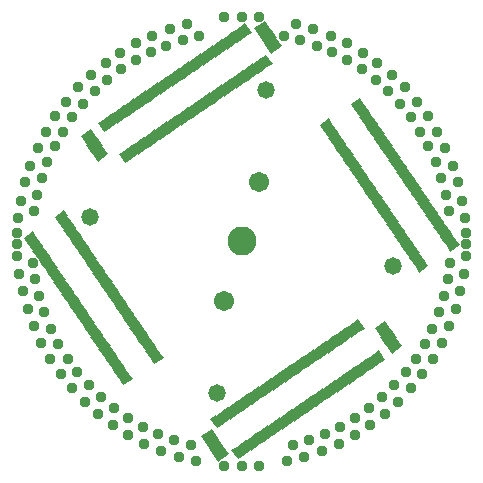
<source format=gts>
G75*
%MOIN*%
%OFA0B0*%
%FSLAX24Y24*%
%IPPOS*%
%LPD*%
%AMOC8*
5,1,8,0,0,1.08239X$1,22.5*
%
%ADD10C,0.0580*%
%ADD11R,0.0171X0.0375*%
%ADD12R,0.0218X0.0375*%
%ADD13C,0.0375*%
%ADD14C,0.0970*%
%ADD15C,0.0671*%
%ADD16R,0.0356X0.0434*%
D10*
X013222Y008975D03*
X008975Y014843D03*
X014843Y019090D03*
X019090Y013222D03*
D11*
G36*
X019661Y013429D02*
X019566Y013570D01*
X019875Y013779D01*
X019970Y013638D01*
X019661Y013429D01*
G37*
G36*
X019749Y013299D02*
X019654Y013440D01*
X019963Y013649D01*
X020058Y013508D01*
X019749Y013299D01*
G37*
G36*
X019837Y013168D02*
X019742Y013309D01*
X020051Y013518D01*
X020146Y013377D01*
X019837Y013168D01*
G37*
G36*
X019573Y013560D02*
X019478Y013701D01*
X019787Y013910D01*
X019882Y013769D01*
X019573Y013560D01*
G37*
G36*
X019485Y013691D02*
X019390Y013832D01*
X019699Y014041D01*
X019794Y013900D01*
X019485Y013691D01*
G37*
G36*
X019397Y013821D02*
X019302Y013962D01*
X019611Y014171D01*
X019706Y014030D01*
X019397Y013821D01*
G37*
G36*
X019309Y013952D02*
X019214Y014093D01*
X019523Y014302D01*
X019618Y014161D01*
X019309Y013952D01*
G37*
G36*
X019221Y014082D02*
X019126Y014223D01*
X019435Y014432D01*
X019530Y014291D01*
X019221Y014082D01*
G37*
G36*
X019133Y014213D02*
X019038Y014354D01*
X019347Y014563D01*
X019442Y014422D01*
X019133Y014213D01*
G37*
G36*
X019045Y014343D02*
X018950Y014484D01*
X019259Y014693D01*
X019354Y014552D01*
X019045Y014343D01*
G37*
G36*
X018957Y014474D02*
X018862Y014615D01*
X019171Y014824D01*
X019266Y014683D01*
X018957Y014474D01*
G37*
G36*
X018869Y014604D02*
X018774Y014745D01*
X019083Y014954D01*
X019178Y014813D01*
X018869Y014604D01*
G37*
G36*
X018781Y014735D02*
X018686Y014876D01*
X018995Y015085D01*
X019090Y014944D01*
X018781Y014735D01*
G37*
G36*
X018692Y014866D02*
X018597Y015007D01*
X018906Y015216D01*
X019001Y015075D01*
X018692Y014866D01*
G37*
G36*
X018604Y014996D02*
X018509Y015137D01*
X018818Y015346D01*
X018913Y015205D01*
X018604Y014996D01*
G37*
G36*
X018516Y015127D02*
X018421Y015268D01*
X018730Y015477D01*
X018825Y015336D01*
X018516Y015127D01*
G37*
G36*
X018428Y015257D02*
X018333Y015398D01*
X018642Y015607D01*
X018737Y015466D01*
X018428Y015257D01*
G37*
G36*
X018340Y015388D02*
X018245Y015529D01*
X018554Y015738D01*
X018649Y015597D01*
X018340Y015388D01*
G37*
G36*
X018252Y015518D02*
X018157Y015659D01*
X018466Y015868D01*
X018561Y015727D01*
X018252Y015518D01*
G37*
G36*
X018164Y015649D02*
X018069Y015790D01*
X018378Y015999D01*
X018473Y015858D01*
X018164Y015649D01*
G37*
G36*
X018076Y015779D02*
X017981Y015920D01*
X018290Y016129D01*
X018385Y015988D01*
X018076Y015779D01*
G37*
G36*
X017988Y015910D02*
X017893Y016051D01*
X018202Y016260D01*
X018297Y016119D01*
X017988Y015910D01*
G37*
G36*
X017900Y016041D02*
X017805Y016182D01*
X018114Y016391D01*
X018209Y016250D01*
X017900Y016041D01*
G37*
G36*
X017812Y016171D02*
X017717Y016312D01*
X018026Y016521D01*
X018121Y016380D01*
X017812Y016171D01*
G37*
G36*
X017724Y016302D02*
X017629Y016443D01*
X017938Y016652D01*
X018033Y016511D01*
X017724Y016302D01*
G37*
G36*
X017636Y016432D02*
X017541Y016573D01*
X017850Y016782D01*
X017945Y016641D01*
X017636Y016432D01*
G37*
G36*
X017548Y016563D02*
X017453Y016704D01*
X017762Y016913D01*
X017857Y016772D01*
X017548Y016563D01*
G37*
G36*
X017460Y016693D02*
X017365Y016834D01*
X017674Y017043D01*
X017769Y016902D01*
X017460Y016693D01*
G37*
G36*
X017372Y016824D02*
X017277Y016965D01*
X017586Y017174D01*
X017681Y017033D01*
X017372Y016824D01*
G37*
G36*
X017283Y016954D02*
X017188Y017095D01*
X017497Y017304D01*
X017592Y017163D01*
X017283Y016954D01*
G37*
G36*
X017195Y017085D02*
X017100Y017226D01*
X017409Y017435D01*
X017504Y017294D01*
X017195Y017085D01*
G37*
G36*
X017107Y017216D02*
X017012Y017357D01*
X017321Y017566D01*
X017416Y017425D01*
X017107Y017216D01*
G37*
G36*
X017019Y017346D02*
X016924Y017487D01*
X017233Y017696D01*
X017328Y017555D01*
X017019Y017346D01*
G37*
G36*
X016931Y017477D02*
X016836Y017618D01*
X017145Y017827D01*
X017240Y017686D01*
X016931Y017477D01*
G37*
G36*
X016843Y017607D02*
X016748Y017748D01*
X017057Y017957D01*
X017152Y017816D01*
X016843Y017607D01*
G37*
G36*
X018180Y018525D02*
X018275Y018384D01*
X017966Y018175D01*
X017871Y018316D01*
X018180Y018525D01*
G37*
G36*
X018092Y018655D02*
X018187Y018514D01*
X017878Y018305D01*
X017783Y018446D01*
X018092Y018655D01*
G37*
G36*
X018268Y018394D02*
X018363Y018253D01*
X018054Y018044D01*
X017959Y018185D01*
X018268Y018394D01*
G37*
G36*
X018356Y018263D02*
X018451Y018122D01*
X018142Y017913D01*
X018047Y018054D01*
X018356Y018263D01*
G37*
G36*
X018444Y018133D02*
X018539Y017992D01*
X018230Y017783D01*
X018135Y017924D01*
X018444Y018133D01*
G37*
G36*
X018532Y018002D02*
X018627Y017861D01*
X018318Y017652D01*
X018223Y017793D01*
X018532Y018002D01*
G37*
G36*
X018620Y017872D02*
X018715Y017731D01*
X018406Y017522D01*
X018311Y017663D01*
X018620Y017872D01*
G37*
G36*
X018708Y017741D02*
X018803Y017600D01*
X018494Y017391D01*
X018399Y017532D01*
X018708Y017741D01*
G37*
G36*
X018796Y017611D02*
X018891Y017470D01*
X018582Y017261D01*
X018487Y017402D01*
X018796Y017611D01*
G37*
G36*
X018884Y017480D02*
X018979Y017339D01*
X018670Y017130D01*
X018575Y017271D01*
X018884Y017480D01*
G37*
G36*
X018972Y017350D02*
X019067Y017209D01*
X018758Y017000D01*
X018663Y017141D01*
X018972Y017350D01*
G37*
G36*
X019061Y017219D02*
X019156Y017078D01*
X018847Y016869D01*
X018752Y017010D01*
X019061Y017219D01*
G37*
G36*
X019149Y017088D02*
X019244Y016947D01*
X018935Y016738D01*
X018840Y016879D01*
X019149Y017088D01*
G37*
G36*
X019237Y016958D02*
X019332Y016817D01*
X019023Y016608D01*
X018928Y016749D01*
X019237Y016958D01*
G37*
G36*
X019325Y016827D02*
X019420Y016686D01*
X019111Y016477D01*
X019016Y016618D01*
X019325Y016827D01*
G37*
G36*
X019413Y016697D02*
X019508Y016556D01*
X019199Y016347D01*
X019104Y016488D01*
X019413Y016697D01*
G37*
G36*
X019501Y016566D02*
X019596Y016425D01*
X019287Y016216D01*
X019192Y016357D01*
X019501Y016566D01*
G37*
G36*
X019589Y016436D02*
X019684Y016295D01*
X019375Y016086D01*
X019280Y016227D01*
X019589Y016436D01*
G37*
G36*
X019677Y016305D02*
X019772Y016164D01*
X019463Y015955D01*
X019368Y016096D01*
X019677Y016305D01*
G37*
G36*
X019765Y016175D02*
X019860Y016034D01*
X019551Y015825D01*
X019456Y015966D01*
X019765Y016175D01*
G37*
G36*
X019853Y016044D02*
X019948Y015903D01*
X019639Y015694D01*
X019544Y015835D01*
X019853Y016044D01*
G37*
G36*
X019941Y015913D02*
X020036Y015772D01*
X019727Y015563D01*
X019632Y015704D01*
X019941Y015913D01*
G37*
G36*
X020029Y015783D02*
X020124Y015642D01*
X019815Y015433D01*
X019720Y015574D01*
X020029Y015783D01*
G37*
G36*
X020117Y015652D02*
X020212Y015511D01*
X019903Y015302D01*
X019808Y015443D01*
X020117Y015652D01*
G37*
G36*
X020205Y015522D02*
X020300Y015381D01*
X019991Y015172D01*
X019896Y015313D01*
X020205Y015522D01*
G37*
G36*
X020293Y015391D02*
X020388Y015250D01*
X020079Y015041D01*
X019984Y015182D01*
X020293Y015391D01*
G37*
G36*
X020381Y015261D02*
X020476Y015120D01*
X020167Y014911D01*
X020072Y015052D01*
X020381Y015261D01*
G37*
G36*
X020470Y015130D02*
X020565Y014989D01*
X020256Y014780D01*
X020161Y014921D01*
X020470Y015130D01*
G37*
G36*
X020558Y015000D02*
X020653Y014859D01*
X020344Y014650D01*
X020249Y014791D01*
X020558Y015000D01*
G37*
G36*
X020646Y014869D02*
X020741Y014728D01*
X020432Y014519D01*
X020337Y014660D01*
X020646Y014869D01*
G37*
G36*
X020734Y014738D02*
X020829Y014597D01*
X020520Y014388D01*
X020425Y014529D01*
X020734Y014738D01*
G37*
G36*
X020822Y014608D02*
X020917Y014467D01*
X020608Y014258D01*
X020513Y014399D01*
X020822Y014608D01*
G37*
G36*
X020910Y014477D02*
X021005Y014336D01*
X020696Y014127D01*
X020601Y014268D01*
X020910Y014477D01*
G37*
G36*
X020998Y014347D02*
X021093Y014206D01*
X020784Y013997D01*
X020689Y014138D01*
X020998Y014347D01*
G37*
G36*
X021086Y014216D02*
X021181Y014075D01*
X020872Y013866D01*
X020777Y014007D01*
X021086Y014216D01*
G37*
G36*
X017607Y011221D02*
X017748Y011316D01*
X017957Y011007D01*
X017816Y010912D01*
X017607Y011221D01*
G37*
G36*
X017477Y011133D02*
X017618Y011228D01*
X017827Y010919D01*
X017686Y010824D01*
X017477Y011133D01*
G37*
G36*
X017346Y011045D02*
X017487Y011140D01*
X017696Y010831D01*
X017555Y010736D01*
X017346Y011045D01*
G37*
G36*
X017216Y010957D02*
X017357Y011052D01*
X017566Y010743D01*
X017425Y010648D01*
X017216Y010957D01*
G37*
G36*
X017085Y010869D02*
X017226Y010964D01*
X017435Y010655D01*
X017294Y010560D01*
X017085Y010869D01*
G37*
G36*
X016954Y010781D02*
X017095Y010876D01*
X017304Y010567D01*
X017163Y010472D01*
X016954Y010781D01*
G37*
G36*
X016824Y010693D02*
X016965Y010788D01*
X017174Y010479D01*
X017033Y010384D01*
X016824Y010693D01*
G37*
G36*
X016693Y010605D02*
X016834Y010700D01*
X017043Y010391D01*
X016902Y010296D01*
X016693Y010605D01*
G37*
G36*
X016563Y010517D02*
X016704Y010612D01*
X016913Y010303D01*
X016772Y010208D01*
X016563Y010517D01*
G37*
G36*
X016432Y010429D02*
X016573Y010524D01*
X016782Y010215D01*
X016641Y010120D01*
X016432Y010429D01*
G37*
G36*
X016302Y010341D02*
X016443Y010436D01*
X016652Y010127D01*
X016511Y010032D01*
X016302Y010341D01*
G37*
G36*
X016171Y010253D02*
X016312Y010348D01*
X016521Y010039D01*
X016380Y009944D01*
X016171Y010253D01*
G37*
G36*
X016041Y010165D02*
X016182Y010260D01*
X016391Y009951D01*
X016250Y009856D01*
X016041Y010165D01*
G37*
G36*
X015910Y010077D02*
X016051Y010172D01*
X016260Y009863D01*
X016119Y009768D01*
X015910Y010077D01*
G37*
G36*
X015779Y009989D02*
X015920Y010084D01*
X016129Y009775D01*
X015988Y009680D01*
X015779Y009989D01*
G37*
G36*
X015649Y009900D02*
X015790Y009995D01*
X015999Y009686D01*
X015858Y009591D01*
X015649Y009900D01*
G37*
G36*
X015518Y009812D02*
X015659Y009907D01*
X015868Y009598D01*
X015727Y009503D01*
X015518Y009812D01*
G37*
G36*
X015388Y009724D02*
X015529Y009819D01*
X015738Y009510D01*
X015597Y009415D01*
X015388Y009724D01*
G37*
G36*
X015257Y009636D02*
X015398Y009731D01*
X015607Y009422D01*
X015466Y009327D01*
X015257Y009636D01*
G37*
G36*
X015127Y009548D02*
X015268Y009643D01*
X015477Y009334D01*
X015336Y009239D01*
X015127Y009548D01*
G37*
G36*
X014996Y009460D02*
X015137Y009555D01*
X015346Y009246D01*
X015205Y009151D01*
X014996Y009460D01*
G37*
G36*
X014866Y009372D02*
X015007Y009467D01*
X015216Y009158D01*
X015075Y009063D01*
X014866Y009372D01*
G37*
G36*
X014735Y009284D02*
X014876Y009379D01*
X015085Y009070D01*
X014944Y008975D01*
X014735Y009284D01*
G37*
G36*
X014604Y009196D02*
X014745Y009291D01*
X014954Y008982D01*
X014813Y008887D01*
X014604Y009196D01*
G37*
G36*
X014474Y009108D02*
X014615Y009203D01*
X014824Y008894D01*
X014683Y008799D01*
X014474Y009108D01*
G37*
G36*
X014343Y009020D02*
X014484Y009115D01*
X014693Y008806D01*
X014552Y008711D01*
X014343Y009020D01*
G37*
G36*
X014213Y008932D02*
X014354Y009027D01*
X014563Y008718D01*
X014422Y008623D01*
X014213Y008932D01*
G37*
G36*
X014082Y008844D02*
X014223Y008939D01*
X014432Y008630D01*
X014291Y008535D01*
X014082Y008844D01*
G37*
G36*
X013952Y008756D02*
X014093Y008851D01*
X014302Y008542D01*
X014161Y008447D01*
X013952Y008756D01*
G37*
G36*
X013821Y008668D02*
X013962Y008763D01*
X014171Y008454D01*
X014030Y008359D01*
X013821Y008668D01*
G37*
G36*
X013691Y008580D02*
X013832Y008675D01*
X014041Y008366D01*
X013900Y008271D01*
X013691Y008580D01*
G37*
G36*
X013560Y008491D02*
X013701Y008586D01*
X013910Y008277D01*
X013769Y008182D01*
X013560Y008491D01*
G37*
G36*
X013429Y008403D02*
X013570Y008498D01*
X013779Y008189D01*
X013638Y008094D01*
X013429Y008403D01*
G37*
G36*
X013299Y008315D02*
X013440Y008410D01*
X013649Y008101D01*
X013508Y008006D01*
X013299Y008315D01*
G37*
G36*
X013168Y008227D02*
X013309Y008322D01*
X013518Y008013D01*
X013377Y007918D01*
X013168Y008227D01*
G37*
G36*
X014216Y006979D02*
X014075Y006884D01*
X013866Y007193D01*
X014007Y007288D01*
X014216Y006979D01*
G37*
G36*
X014347Y007067D02*
X014206Y006972D01*
X013997Y007281D01*
X014138Y007376D01*
X014347Y007067D01*
G37*
G36*
X014477Y007155D02*
X014336Y007060D01*
X014127Y007369D01*
X014268Y007464D01*
X014477Y007155D01*
G37*
G36*
X014608Y007243D02*
X014467Y007148D01*
X014258Y007457D01*
X014399Y007552D01*
X014608Y007243D01*
G37*
G36*
X014738Y007331D02*
X014597Y007236D01*
X014388Y007545D01*
X014529Y007640D01*
X014738Y007331D01*
G37*
G36*
X014869Y007419D02*
X014728Y007324D01*
X014519Y007633D01*
X014660Y007728D01*
X014869Y007419D01*
G37*
G36*
X015000Y007507D02*
X014859Y007412D01*
X014650Y007721D01*
X014791Y007816D01*
X015000Y007507D01*
G37*
G36*
X015130Y007595D02*
X014989Y007500D01*
X014780Y007809D01*
X014921Y007904D01*
X015130Y007595D01*
G37*
G36*
X015261Y007683D02*
X015120Y007588D01*
X014911Y007897D01*
X015052Y007992D01*
X015261Y007683D01*
G37*
G36*
X015391Y007771D02*
X015250Y007676D01*
X015041Y007985D01*
X015182Y008080D01*
X015391Y007771D01*
G37*
G36*
X015522Y007859D02*
X015381Y007764D01*
X015172Y008073D01*
X015313Y008168D01*
X015522Y007859D01*
G37*
G36*
X015652Y007947D02*
X015511Y007852D01*
X015302Y008161D01*
X015443Y008256D01*
X015652Y007947D01*
G37*
G36*
X015783Y008035D02*
X015642Y007940D01*
X015433Y008249D01*
X015574Y008344D01*
X015783Y008035D01*
G37*
G36*
X015913Y008123D02*
X015772Y008028D01*
X015563Y008337D01*
X015704Y008432D01*
X015913Y008123D01*
G37*
G36*
X016044Y008212D02*
X015903Y008117D01*
X015694Y008426D01*
X015835Y008521D01*
X016044Y008212D01*
G37*
G36*
X016175Y008300D02*
X016034Y008205D01*
X015825Y008514D01*
X015966Y008609D01*
X016175Y008300D01*
G37*
G36*
X016305Y008388D02*
X016164Y008293D01*
X015955Y008602D01*
X016096Y008697D01*
X016305Y008388D01*
G37*
G36*
X016436Y008476D02*
X016295Y008381D01*
X016086Y008690D01*
X016227Y008785D01*
X016436Y008476D01*
G37*
G36*
X016566Y008564D02*
X016425Y008469D01*
X016216Y008778D01*
X016357Y008873D01*
X016566Y008564D01*
G37*
G36*
X016697Y008652D02*
X016556Y008557D01*
X016347Y008866D01*
X016488Y008961D01*
X016697Y008652D01*
G37*
G36*
X016827Y008740D02*
X016686Y008645D01*
X016477Y008954D01*
X016618Y009049D01*
X016827Y008740D01*
G37*
G36*
X016958Y008828D02*
X016817Y008733D01*
X016608Y009042D01*
X016749Y009137D01*
X016958Y008828D01*
G37*
G36*
X017088Y008916D02*
X016947Y008821D01*
X016738Y009130D01*
X016879Y009225D01*
X017088Y008916D01*
G37*
G36*
X017219Y009004D02*
X017078Y008909D01*
X016869Y009218D01*
X017010Y009313D01*
X017219Y009004D01*
G37*
G36*
X017350Y009092D02*
X017209Y008997D01*
X017000Y009306D01*
X017141Y009401D01*
X017350Y009092D01*
G37*
G36*
X017480Y009180D02*
X017339Y009085D01*
X017130Y009394D01*
X017271Y009489D01*
X017480Y009180D01*
G37*
G36*
X017611Y009268D02*
X017470Y009173D01*
X017261Y009482D01*
X017402Y009577D01*
X017611Y009268D01*
G37*
G36*
X017741Y009356D02*
X017600Y009261D01*
X017391Y009570D01*
X017532Y009665D01*
X017741Y009356D01*
G37*
G36*
X017872Y009444D02*
X017731Y009349D01*
X017522Y009658D01*
X017663Y009753D01*
X017872Y009444D01*
G37*
G36*
X018002Y009532D02*
X017861Y009437D01*
X017652Y009746D01*
X017793Y009841D01*
X018002Y009532D01*
G37*
G36*
X018133Y009620D02*
X017992Y009525D01*
X017783Y009834D01*
X017924Y009929D01*
X018133Y009620D01*
G37*
G36*
X018263Y009709D02*
X018122Y009614D01*
X017913Y009923D01*
X018054Y010018D01*
X018263Y009709D01*
G37*
G36*
X018394Y009797D02*
X018253Y009702D01*
X018044Y010011D01*
X018185Y010106D01*
X018394Y009797D01*
G37*
G36*
X018525Y009885D02*
X018384Y009790D01*
X018175Y010099D01*
X018316Y010194D01*
X018525Y009885D01*
G37*
G36*
X018655Y009973D02*
X018514Y009878D01*
X018305Y010187D01*
X018446Y010282D01*
X018655Y009973D01*
G37*
G36*
X011221Y010457D02*
X011316Y010316D01*
X011007Y010107D01*
X010912Y010248D01*
X011221Y010457D01*
G37*
G36*
X011133Y010588D02*
X011228Y010447D01*
X010919Y010238D01*
X010824Y010379D01*
X011133Y010588D01*
G37*
G36*
X011045Y010718D02*
X011140Y010577D01*
X010831Y010368D01*
X010736Y010509D01*
X011045Y010718D01*
G37*
G36*
X010957Y010849D02*
X011052Y010708D01*
X010743Y010499D01*
X010648Y010640D01*
X010957Y010849D01*
G37*
G36*
X010869Y010980D02*
X010964Y010839D01*
X010655Y010630D01*
X010560Y010771D01*
X010869Y010980D01*
G37*
G36*
X010781Y011110D02*
X010876Y010969D01*
X010567Y010760D01*
X010472Y010901D01*
X010781Y011110D01*
G37*
G36*
X010693Y011241D02*
X010788Y011100D01*
X010479Y010891D01*
X010384Y011032D01*
X010693Y011241D01*
G37*
G36*
X010605Y011371D02*
X010700Y011230D01*
X010391Y011021D01*
X010296Y011162D01*
X010605Y011371D01*
G37*
G36*
X010517Y011502D02*
X010612Y011361D01*
X010303Y011152D01*
X010208Y011293D01*
X010517Y011502D01*
G37*
G36*
X010429Y011632D02*
X010524Y011491D01*
X010215Y011282D01*
X010120Y011423D01*
X010429Y011632D01*
G37*
G36*
X010341Y011763D02*
X010436Y011622D01*
X010127Y011413D01*
X010032Y011554D01*
X010341Y011763D01*
G37*
G36*
X010253Y011893D02*
X010348Y011752D01*
X010039Y011543D01*
X009944Y011684D01*
X010253Y011893D01*
G37*
G36*
X010165Y012024D02*
X010260Y011883D01*
X009951Y011674D01*
X009856Y011815D01*
X010165Y012024D01*
G37*
G36*
X010077Y012155D02*
X010172Y012014D01*
X009863Y011805D01*
X009768Y011946D01*
X010077Y012155D01*
G37*
G36*
X009989Y012285D02*
X010084Y012144D01*
X009775Y011935D01*
X009680Y012076D01*
X009989Y012285D01*
G37*
G36*
X009900Y012416D02*
X009995Y012275D01*
X009686Y012066D01*
X009591Y012207D01*
X009900Y012416D01*
G37*
G36*
X009812Y012546D02*
X009907Y012405D01*
X009598Y012196D01*
X009503Y012337D01*
X009812Y012546D01*
G37*
G36*
X009724Y012677D02*
X009819Y012536D01*
X009510Y012327D01*
X009415Y012468D01*
X009724Y012677D01*
G37*
G36*
X009636Y012807D02*
X009731Y012666D01*
X009422Y012457D01*
X009327Y012598D01*
X009636Y012807D01*
G37*
G36*
X009548Y012938D02*
X009643Y012797D01*
X009334Y012588D01*
X009239Y012729D01*
X009548Y012938D01*
G37*
G36*
X009460Y013069D02*
X009555Y012928D01*
X009246Y012719D01*
X009151Y012860D01*
X009460Y013069D01*
G37*
G36*
X009372Y013199D02*
X009467Y013058D01*
X009158Y012849D01*
X009063Y012990D01*
X009372Y013199D01*
G37*
G36*
X009284Y013330D02*
X009379Y013189D01*
X009070Y012980D01*
X008975Y013121D01*
X009284Y013330D01*
G37*
G36*
X009196Y013460D02*
X009291Y013319D01*
X008982Y013110D01*
X008887Y013251D01*
X009196Y013460D01*
G37*
G36*
X009108Y013591D02*
X009203Y013450D01*
X008894Y013241D01*
X008799Y013382D01*
X009108Y013591D01*
G37*
G36*
X009020Y013721D02*
X009115Y013580D01*
X008806Y013371D01*
X008711Y013512D01*
X009020Y013721D01*
G37*
G36*
X008932Y013852D02*
X009027Y013711D01*
X008718Y013502D01*
X008623Y013643D01*
X008932Y013852D01*
G37*
G36*
X008844Y013982D02*
X008939Y013841D01*
X008630Y013632D01*
X008535Y013773D01*
X008844Y013982D01*
G37*
G36*
X008756Y014113D02*
X008851Y013972D01*
X008542Y013763D01*
X008447Y013904D01*
X008756Y014113D01*
G37*
G36*
X008668Y014244D02*
X008763Y014103D01*
X008454Y013894D01*
X008359Y014035D01*
X008668Y014244D01*
G37*
G36*
X008580Y014374D02*
X008675Y014233D01*
X008366Y014024D01*
X008271Y014165D01*
X008580Y014374D01*
G37*
G36*
X008491Y014505D02*
X008586Y014364D01*
X008277Y014155D01*
X008182Y014296D01*
X008491Y014505D01*
G37*
G36*
X008403Y014635D02*
X008498Y014494D01*
X008189Y014285D01*
X008094Y014426D01*
X008403Y014635D01*
G37*
G36*
X008315Y014766D02*
X008410Y014625D01*
X008101Y014416D01*
X008006Y014557D01*
X008315Y014766D01*
G37*
G36*
X008227Y014896D02*
X008322Y014755D01*
X008013Y014546D01*
X007918Y014687D01*
X008227Y014896D01*
G37*
G36*
X006979Y013848D02*
X006884Y013989D01*
X007193Y014198D01*
X007288Y014057D01*
X006979Y013848D01*
G37*
G36*
X007067Y013718D02*
X006972Y013859D01*
X007281Y014068D01*
X007376Y013927D01*
X007067Y013718D01*
G37*
G36*
X007155Y013587D02*
X007060Y013728D01*
X007369Y013937D01*
X007464Y013796D01*
X007155Y013587D01*
G37*
G36*
X007243Y013457D02*
X007148Y013598D01*
X007457Y013807D01*
X007552Y013666D01*
X007243Y013457D01*
G37*
G36*
X007331Y013326D02*
X007236Y013467D01*
X007545Y013676D01*
X007640Y013535D01*
X007331Y013326D01*
G37*
G36*
X007419Y013196D02*
X007324Y013337D01*
X007633Y013546D01*
X007728Y013405D01*
X007419Y013196D01*
G37*
G36*
X007507Y013065D02*
X007412Y013206D01*
X007721Y013415D01*
X007816Y013274D01*
X007507Y013065D01*
G37*
G36*
X007595Y012935D02*
X007500Y013076D01*
X007809Y013285D01*
X007904Y013144D01*
X007595Y012935D01*
G37*
G36*
X007683Y012804D02*
X007588Y012945D01*
X007897Y013154D01*
X007992Y013013D01*
X007683Y012804D01*
G37*
G36*
X007771Y012673D02*
X007676Y012814D01*
X007985Y013023D01*
X008080Y012882D01*
X007771Y012673D01*
G37*
G36*
X007859Y012543D02*
X007764Y012684D01*
X008073Y012893D01*
X008168Y012752D01*
X007859Y012543D01*
G37*
G36*
X007947Y012412D02*
X007852Y012553D01*
X008161Y012762D01*
X008256Y012621D01*
X007947Y012412D01*
G37*
G36*
X008035Y012282D02*
X007940Y012423D01*
X008249Y012632D01*
X008344Y012491D01*
X008035Y012282D01*
G37*
G36*
X008123Y012151D02*
X008028Y012292D01*
X008337Y012501D01*
X008432Y012360D01*
X008123Y012151D01*
G37*
G36*
X008212Y012021D02*
X008117Y012162D01*
X008426Y012371D01*
X008521Y012230D01*
X008212Y012021D01*
G37*
G36*
X008300Y011890D02*
X008205Y012031D01*
X008514Y012240D01*
X008609Y012099D01*
X008300Y011890D01*
G37*
G36*
X008388Y011760D02*
X008293Y011901D01*
X008602Y012110D01*
X008697Y011969D01*
X008388Y011760D01*
G37*
G36*
X008476Y011629D02*
X008381Y011770D01*
X008690Y011979D01*
X008785Y011838D01*
X008476Y011629D01*
G37*
G36*
X008564Y011498D02*
X008469Y011639D01*
X008778Y011848D01*
X008873Y011707D01*
X008564Y011498D01*
G37*
G36*
X008652Y011368D02*
X008557Y011509D01*
X008866Y011718D01*
X008961Y011577D01*
X008652Y011368D01*
G37*
G36*
X008740Y011237D02*
X008645Y011378D01*
X008954Y011587D01*
X009049Y011446D01*
X008740Y011237D01*
G37*
G36*
X008828Y011107D02*
X008733Y011248D01*
X009042Y011457D01*
X009137Y011316D01*
X008828Y011107D01*
G37*
G36*
X008916Y010976D02*
X008821Y011117D01*
X009130Y011326D01*
X009225Y011185D01*
X008916Y010976D01*
G37*
G36*
X009004Y010846D02*
X008909Y010987D01*
X009218Y011196D01*
X009313Y011055D01*
X009004Y010846D01*
G37*
G36*
X009092Y010715D02*
X008997Y010856D01*
X009306Y011065D01*
X009401Y010924D01*
X009092Y010715D01*
G37*
G36*
X009180Y010584D02*
X009085Y010725D01*
X009394Y010934D01*
X009489Y010793D01*
X009180Y010584D01*
G37*
G36*
X009268Y010454D02*
X009173Y010595D01*
X009482Y010804D01*
X009577Y010663D01*
X009268Y010454D01*
G37*
G36*
X009356Y010323D02*
X009261Y010464D01*
X009570Y010673D01*
X009665Y010532D01*
X009356Y010323D01*
G37*
G36*
X009444Y010193D02*
X009349Y010334D01*
X009658Y010543D01*
X009753Y010402D01*
X009444Y010193D01*
G37*
G36*
X009532Y010062D02*
X009437Y010203D01*
X009746Y010412D01*
X009841Y010271D01*
X009532Y010062D01*
G37*
G36*
X009620Y009932D02*
X009525Y010073D01*
X009834Y010282D01*
X009929Y010141D01*
X009620Y009932D01*
G37*
G36*
X009709Y009801D02*
X009614Y009942D01*
X009923Y010151D01*
X010018Y010010D01*
X009709Y009801D01*
G37*
G36*
X009797Y009671D02*
X009702Y009812D01*
X010011Y010021D01*
X010106Y009880D01*
X009797Y009671D01*
G37*
G36*
X009885Y009540D02*
X009790Y009681D01*
X010099Y009890D01*
X010194Y009749D01*
X009885Y009540D01*
G37*
G36*
X009973Y009409D02*
X009878Y009550D01*
X010187Y009759D01*
X010282Y009618D01*
X009973Y009409D01*
G37*
G36*
X010457Y016843D02*
X010316Y016748D01*
X010107Y017057D01*
X010248Y017152D01*
X010457Y016843D01*
G37*
G36*
X010588Y016931D02*
X010447Y016836D01*
X010238Y017145D01*
X010379Y017240D01*
X010588Y016931D01*
G37*
G36*
X010718Y017019D02*
X010577Y016924D01*
X010368Y017233D01*
X010509Y017328D01*
X010718Y017019D01*
G37*
G36*
X010849Y017107D02*
X010708Y017012D01*
X010499Y017321D01*
X010640Y017416D01*
X010849Y017107D01*
G37*
G36*
X010980Y017195D02*
X010839Y017100D01*
X010630Y017409D01*
X010771Y017504D01*
X010980Y017195D01*
G37*
G36*
X011110Y017283D02*
X010969Y017188D01*
X010760Y017497D01*
X010901Y017592D01*
X011110Y017283D01*
G37*
G36*
X011241Y017372D02*
X011100Y017277D01*
X010891Y017586D01*
X011032Y017681D01*
X011241Y017372D01*
G37*
G36*
X011371Y017460D02*
X011230Y017365D01*
X011021Y017674D01*
X011162Y017769D01*
X011371Y017460D01*
G37*
G36*
X011502Y017548D02*
X011361Y017453D01*
X011152Y017762D01*
X011293Y017857D01*
X011502Y017548D01*
G37*
G36*
X011632Y017636D02*
X011491Y017541D01*
X011282Y017850D01*
X011423Y017945D01*
X011632Y017636D01*
G37*
G36*
X011763Y017724D02*
X011622Y017629D01*
X011413Y017938D01*
X011554Y018033D01*
X011763Y017724D01*
G37*
G36*
X011893Y017812D02*
X011752Y017717D01*
X011543Y018026D01*
X011684Y018121D01*
X011893Y017812D01*
G37*
G36*
X012024Y017900D02*
X011883Y017805D01*
X011674Y018114D01*
X011815Y018209D01*
X012024Y017900D01*
G37*
G36*
X012155Y017988D02*
X012014Y017893D01*
X011805Y018202D01*
X011946Y018297D01*
X012155Y017988D01*
G37*
G36*
X012285Y018076D02*
X012144Y017981D01*
X011935Y018290D01*
X012076Y018385D01*
X012285Y018076D01*
G37*
G36*
X012416Y018164D02*
X012275Y018069D01*
X012066Y018378D01*
X012207Y018473D01*
X012416Y018164D01*
G37*
G36*
X012546Y018252D02*
X012405Y018157D01*
X012196Y018466D01*
X012337Y018561D01*
X012546Y018252D01*
G37*
G36*
X012677Y018340D02*
X012536Y018245D01*
X012327Y018554D01*
X012468Y018649D01*
X012677Y018340D01*
G37*
G36*
X012807Y018428D02*
X012666Y018333D01*
X012457Y018642D01*
X012598Y018737D01*
X012807Y018428D01*
G37*
G36*
X012938Y018516D02*
X012797Y018421D01*
X012588Y018730D01*
X012729Y018825D01*
X012938Y018516D01*
G37*
G36*
X013069Y018604D02*
X012928Y018509D01*
X012719Y018818D01*
X012860Y018913D01*
X013069Y018604D01*
G37*
G36*
X013199Y018692D02*
X013058Y018597D01*
X012849Y018906D01*
X012990Y019001D01*
X013199Y018692D01*
G37*
G36*
X013330Y018781D02*
X013189Y018686D01*
X012980Y018995D01*
X013121Y019090D01*
X013330Y018781D01*
G37*
G36*
X013460Y018869D02*
X013319Y018774D01*
X013110Y019083D01*
X013251Y019178D01*
X013460Y018869D01*
G37*
G36*
X013591Y018957D02*
X013450Y018862D01*
X013241Y019171D01*
X013382Y019266D01*
X013591Y018957D01*
G37*
G36*
X013721Y019045D02*
X013580Y018950D01*
X013371Y019259D01*
X013512Y019354D01*
X013721Y019045D01*
G37*
G36*
X013852Y019133D02*
X013711Y019038D01*
X013502Y019347D01*
X013643Y019442D01*
X013852Y019133D01*
G37*
G36*
X013982Y019221D02*
X013841Y019126D01*
X013632Y019435D01*
X013773Y019530D01*
X013982Y019221D01*
G37*
G36*
X014113Y019309D02*
X013972Y019214D01*
X013763Y019523D01*
X013904Y019618D01*
X014113Y019309D01*
G37*
G36*
X014244Y019397D02*
X014103Y019302D01*
X013894Y019611D01*
X014035Y019706D01*
X014244Y019397D01*
G37*
G36*
X014374Y019485D02*
X014233Y019390D01*
X014024Y019699D01*
X014165Y019794D01*
X014374Y019485D01*
G37*
G36*
X014505Y019573D02*
X014364Y019478D01*
X014155Y019787D01*
X014296Y019882D01*
X014505Y019573D01*
G37*
G36*
X014635Y019661D02*
X014494Y019566D01*
X014285Y019875D01*
X014426Y019970D01*
X014635Y019661D01*
G37*
G36*
X014766Y019749D02*
X014625Y019654D01*
X014416Y019963D01*
X014557Y020058D01*
X014766Y019749D01*
G37*
G36*
X014896Y019837D02*
X014755Y019742D01*
X014546Y020051D01*
X014687Y020146D01*
X014896Y019837D01*
G37*
G36*
X013848Y021086D02*
X013989Y021181D01*
X014198Y020872D01*
X014057Y020777D01*
X013848Y021086D01*
G37*
G36*
X013718Y020998D02*
X013859Y021093D01*
X014068Y020784D01*
X013927Y020689D01*
X013718Y020998D01*
G37*
G36*
X013587Y020910D02*
X013728Y021005D01*
X013937Y020696D01*
X013796Y020601D01*
X013587Y020910D01*
G37*
G36*
X013457Y020822D02*
X013598Y020917D01*
X013807Y020608D01*
X013666Y020513D01*
X013457Y020822D01*
G37*
G36*
X013326Y020734D02*
X013467Y020829D01*
X013676Y020520D01*
X013535Y020425D01*
X013326Y020734D01*
G37*
G36*
X013196Y020646D02*
X013337Y020741D01*
X013546Y020432D01*
X013405Y020337D01*
X013196Y020646D01*
G37*
G36*
X013065Y020558D02*
X013206Y020653D01*
X013415Y020344D01*
X013274Y020249D01*
X013065Y020558D01*
G37*
G36*
X012935Y020470D02*
X013076Y020565D01*
X013285Y020256D01*
X013144Y020161D01*
X012935Y020470D01*
G37*
G36*
X012804Y020381D02*
X012945Y020476D01*
X013154Y020167D01*
X013013Y020072D01*
X012804Y020381D01*
G37*
G36*
X012673Y020293D02*
X012814Y020388D01*
X013023Y020079D01*
X012882Y019984D01*
X012673Y020293D01*
G37*
G36*
X012543Y020205D02*
X012684Y020300D01*
X012893Y019991D01*
X012752Y019896D01*
X012543Y020205D01*
G37*
G36*
X012412Y020117D02*
X012553Y020212D01*
X012762Y019903D01*
X012621Y019808D01*
X012412Y020117D01*
G37*
G36*
X012282Y020029D02*
X012423Y020124D01*
X012632Y019815D01*
X012491Y019720D01*
X012282Y020029D01*
G37*
G36*
X012151Y019941D02*
X012292Y020036D01*
X012501Y019727D01*
X012360Y019632D01*
X012151Y019941D01*
G37*
G36*
X012021Y019853D02*
X012162Y019948D01*
X012371Y019639D01*
X012230Y019544D01*
X012021Y019853D01*
G37*
G36*
X011890Y019765D02*
X012031Y019860D01*
X012240Y019551D01*
X012099Y019456D01*
X011890Y019765D01*
G37*
G36*
X011760Y019677D02*
X011901Y019772D01*
X012110Y019463D01*
X011969Y019368D01*
X011760Y019677D01*
G37*
G36*
X011629Y019589D02*
X011770Y019684D01*
X011979Y019375D01*
X011838Y019280D01*
X011629Y019589D01*
G37*
G36*
X011498Y019501D02*
X011639Y019596D01*
X011848Y019287D01*
X011707Y019192D01*
X011498Y019501D01*
G37*
G36*
X011368Y019413D02*
X011509Y019508D01*
X011718Y019199D01*
X011577Y019104D01*
X011368Y019413D01*
G37*
G36*
X011237Y019325D02*
X011378Y019420D01*
X011587Y019111D01*
X011446Y019016D01*
X011237Y019325D01*
G37*
G36*
X011107Y019237D02*
X011248Y019332D01*
X011457Y019023D01*
X011316Y018928D01*
X011107Y019237D01*
G37*
G36*
X010976Y019149D02*
X011117Y019244D01*
X011326Y018935D01*
X011185Y018840D01*
X010976Y019149D01*
G37*
G36*
X010846Y019061D02*
X010987Y019156D01*
X011196Y018847D01*
X011055Y018752D01*
X010846Y019061D01*
G37*
G36*
X010715Y018972D02*
X010856Y019067D01*
X011065Y018758D01*
X010924Y018663D01*
X010715Y018972D01*
G37*
G36*
X010584Y018884D02*
X010725Y018979D01*
X010934Y018670D01*
X010793Y018575D01*
X010584Y018884D01*
G37*
G36*
X010454Y018796D02*
X010595Y018891D01*
X010804Y018582D01*
X010663Y018487D01*
X010454Y018796D01*
G37*
G36*
X010323Y018708D02*
X010464Y018803D01*
X010673Y018494D01*
X010532Y018399D01*
X010323Y018708D01*
G37*
G36*
X010193Y018620D02*
X010334Y018715D01*
X010543Y018406D01*
X010402Y018311D01*
X010193Y018620D01*
G37*
G36*
X010062Y018532D02*
X010203Y018627D01*
X010412Y018318D01*
X010271Y018223D01*
X010062Y018532D01*
G37*
G36*
X009932Y018444D02*
X010073Y018539D01*
X010282Y018230D01*
X010141Y018135D01*
X009932Y018444D01*
G37*
G36*
X009801Y018356D02*
X009942Y018451D01*
X010151Y018142D01*
X010010Y018047D01*
X009801Y018356D01*
G37*
G36*
X009671Y018268D02*
X009812Y018363D01*
X010021Y018054D01*
X009880Y017959D01*
X009671Y018268D01*
G37*
G36*
X009540Y018180D02*
X009681Y018275D01*
X009890Y017966D01*
X009749Y017871D01*
X009540Y018180D01*
G37*
G36*
X009409Y018092D02*
X009550Y018187D01*
X009759Y017878D01*
X009618Y017783D01*
X009409Y018092D01*
G37*
D12*
G36*
X009235Y017974D02*
X009415Y018095D01*
X009623Y017786D01*
X009443Y017665D01*
X009235Y017974D01*
G37*
G36*
X010321Y016752D02*
X010141Y016631D01*
X009933Y016940D01*
X010113Y017061D01*
X010321Y016752D01*
G37*
G36*
X008110Y015070D02*
X008231Y014890D01*
X007922Y014682D01*
X007801Y014862D01*
X008110Y015070D01*
G37*
G36*
X006887Y013984D02*
X006766Y014164D01*
X007075Y014372D01*
X007196Y014192D01*
X006887Y013984D01*
G37*
G36*
X011313Y010321D02*
X011434Y010141D01*
X011125Y009933D01*
X011004Y010113D01*
X011313Y010321D01*
G37*
G36*
X010090Y009235D02*
X009969Y009415D01*
X010278Y009623D01*
X010399Y009443D01*
X010090Y009235D01*
G37*
G36*
X012994Y008110D02*
X013174Y008231D01*
X013382Y007922D01*
X013202Y007801D01*
X012994Y008110D01*
G37*
G36*
X014080Y006887D02*
X013900Y006766D01*
X013692Y007075D01*
X013872Y007196D01*
X014080Y006887D01*
G37*
G36*
X017743Y011313D02*
X017923Y011434D01*
X018131Y011125D01*
X017951Y011004D01*
X017743Y011313D01*
G37*
G36*
X018829Y010090D02*
X018649Y009969D01*
X018441Y010278D01*
X018621Y010399D01*
X018829Y010090D01*
G37*
G36*
X019955Y012994D02*
X019834Y013174D01*
X020143Y013382D01*
X020264Y013202D01*
X019955Y012994D01*
G37*
G36*
X021178Y014080D02*
X021299Y013900D01*
X020990Y013692D01*
X020869Y013872D01*
X021178Y014080D01*
G37*
G36*
X016752Y017743D02*
X016631Y017923D01*
X016940Y018131D01*
X017061Y017951D01*
X016752Y017743D01*
G37*
G36*
X017974Y018829D02*
X018095Y018649D01*
X017786Y018441D01*
X017665Y018621D01*
X017974Y018829D01*
G37*
G36*
X015070Y019955D02*
X014890Y019834D01*
X014682Y020143D01*
X014862Y020264D01*
X015070Y019955D01*
G37*
G36*
X013984Y021178D02*
X014164Y021299D01*
X014372Y020990D01*
X014192Y020869D01*
X013984Y021178D01*
G37*
D13*
X008801Y008687D03*
X009242Y008290D03*
X009338Y008851D03*
X009790Y008476D03*
X010247Y008154D03*
X009744Y007904D03*
X010244Y007584D03*
X010743Y007863D03*
X011247Y007620D03*
X010791Y007292D03*
X011336Y007057D03*
X011795Y007409D03*
X012332Y007251D03*
X011935Y006853D03*
X012511Y006710D03*
X013461Y006552D03*
X014032Y006552D03*
X014623Y006552D03*
X015553Y006710D03*
X015733Y007251D03*
X016270Y007409D03*
X016130Y006853D03*
X016729Y007057D03*
X016818Y007620D03*
X017321Y007863D03*
X017821Y007584D03*
X017817Y008154D03*
X018275Y008476D03*
X018726Y008851D03*
X019126Y009243D03*
X019688Y009139D03*
X019502Y009678D03*
X019833Y010129D03*
X020140Y010630D03*
X020411Y010129D03*
X020702Y010646D03*
X020392Y011129D03*
X020963Y011223D03*
X020613Y011673D03*
X020781Y012207D03*
X021326Y012380D03*
X020908Y012768D03*
X020987Y013321D03*
X021513Y013540D03*
X021513Y013934D03*
X021513Y014328D03*
X021471Y014806D03*
X020951Y015039D03*
X020848Y015589D03*
X021248Y015998D03*
X020697Y016144D03*
X020507Y016670D03*
X021070Y016564D03*
X020830Y017150D03*
X020562Y017679D03*
X020263Y017204D03*
X019989Y017692D03*
X020237Y018207D03*
X019668Y018169D03*
X019320Y018606D03*
X018917Y019034D03*
X018502Y019409D03*
X018034Y019765D03*
X017563Y020066D03*
X017539Y020638D03*
X017055Y020336D03*
X016542Y020558D03*
X017005Y020896D03*
X016413Y021122D03*
X015985Y020745D03*
X015442Y020880D03*
X015844Y021289D03*
X014623Y021513D03*
X014032Y021513D03*
X013442Y021513D03*
X012622Y020880D03*
X012079Y020745D03*
X012221Y021289D03*
X011651Y021122D03*
X011523Y020558D03*
X011009Y020336D03*
X011060Y020896D03*
X010525Y020638D03*
X010501Y020066D03*
X010030Y019765D03*
X009563Y019409D03*
X009148Y019034D03*
X008745Y018606D03*
X008396Y018169D03*
X008075Y017692D03*
X007828Y018207D03*
X008177Y018687D03*
X008593Y019165D03*
X009016Y019581D03*
X009504Y019984D03*
X009990Y020325D03*
X007502Y017679D03*
X007802Y017204D03*
X007234Y017150D03*
X007558Y016670D03*
X007368Y016144D03*
X006994Y016564D03*
X006817Y015998D03*
X007217Y015589D03*
X007114Y015039D03*
X006678Y015393D03*
X006594Y014806D03*
X006552Y014328D03*
X006552Y013934D03*
X006552Y013540D03*
X007077Y013321D03*
X007157Y012768D03*
X006738Y012380D03*
X007284Y012207D03*
X007451Y011673D03*
X006899Y011781D03*
X007101Y011223D03*
X007672Y011129D03*
X007925Y010630D03*
X007653Y010129D03*
X007363Y010646D03*
X008232Y010129D03*
X008563Y009678D03*
X008005Y009603D03*
X008376Y009139D03*
X008939Y009243D03*
X006629Y012963D03*
X017274Y007292D03*
X018321Y007904D03*
X018823Y008290D03*
X019264Y008687D03*
X020059Y009603D03*
X021165Y011781D03*
X021435Y012963D03*
X021387Y015393D03*
X019887Y018687D03*
X019472Y019165D03*
X019048Y019581D03*
X018561Y019984D03*
X018075Y020325D03*
D14*
X014032Y014032D03*
D15*
X013442Y012064D03*
X014623Y016001D03*
D16*
G36*
X015185Y020826D02*
X015384Y020532D01*
X015025Y020290D01*
X014826Y020584D01*
X015185Y020826D01*
G37*
G36*
X015000Y021099D02*
X015199Y020805D01*
X014840Y020563D01*
X014641Y020857D01*
X015000Y021099D01*
G37*
G36*
X014816Y021373D02*
X015015Y021079D01*
X014656Y020837D01*
X014457Y021131D01*
X014816Y021373D01*
G37*
G36*
X009237Y016691D02*
X009038Y016985D01*
X009397Y017227D01*
X009596Y016933D01*
X009237Y016691D01*
G37*
G36*
X009052Y016964D02*
X008853Y017258D01*
X009212Y017500D01*
X009411Y017206D01*
X009052Y016964D01*
G37*
G36*
X008868Y017238D02*
X008669Y017532D01*
X009028Y017774D01*
X009227Y017480D01*
X008868Y017238D01*
G37*
G36*
X012880Y007239D02*
X012681Y007533D01*
X013040Y007775D01*
X013239Y007481D01*
X012880Y007239D01*
G37*
G36*
X013064Y006965D02*
X012865Y007259D01*
X013224Y007501D01*
X013423Y007207D01*
X013064Y006965D01*
G37*
G36*
X013249Y006692D02*
X013050Y006986D01*
X013409Y007228D01*
X013608Y006934D01*
X013249Y006692D01*
G37*
G36*
X018828Y011374D02*
X019027Y011080D01*
X018668Y010838D01*
X018469Y011132D01*
X018828Y011374D01*
G37*
G36*
X019012Y011100D02*
X019211Y010806D01*
X018852Y010564D01*
X018653Y010858D01*
X019012Y011100D01*
G37*
G36*
X019197Y010827D02*
X019396Y010533D01*
X019037Y010291D01*
X018838Y010585D01*
X019197Y010827D01*
G37*
M02*

</source>
